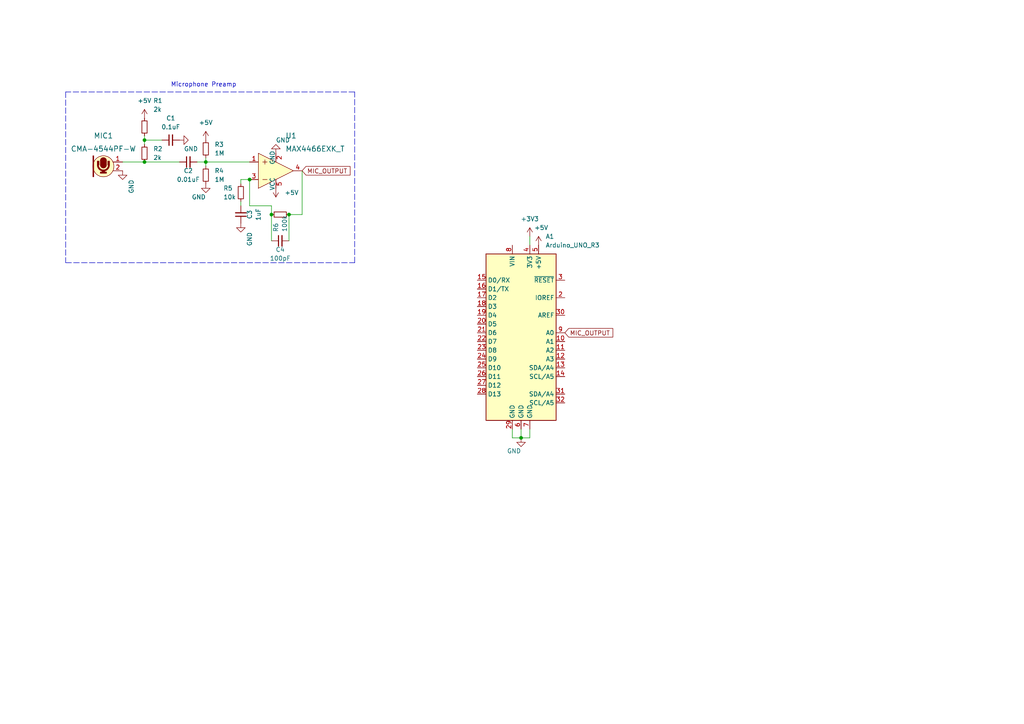
<source format=kicad_sch>
(kicad_sch (version 20211123) (generator eeschema)

  (uuid cc515fd5-a912-4853-8744-9b01fb79fa4d)

  (paper "A4")

  (lib_symbols
    (symbol "Device:C_Small" (pin_numbers hide) (pin_names (offset 0.254) hide) (in_bom yes) (on_board yes)
      (property "Reference" "C" (id 0) (at 0.254 1.778 0)
        (effects (font (size 1.27 1.27)) (justify left))
      )
      (property "Value" "C_Small" (id 1) (at 0.254 -2.032 0)
        (effects (font (size 1.27 1.27)) (justify left))
      )
      (property "Footprint" "" (id 2) (at 0 0 0)
        (effects (font (size 1.27 1.27)) hide)
      )
      (property "Datasheet" "~" (id 3) (at 0 0 0)
        (effects (font (size 1.27 1.27)) hide)
      )
      (property "ki_keywords" "capacitor cap" (id 4) (at 0 0 0)
        (effects (font (size 1.27 1.27)) hide)
      )
      (property "ki_description" "Unpolarized capacitor, small symbol" (id 5) (at 0 0 0)
        (effects (font (size 1.27 1.27)) hide)
      )
      (property "ki_fp_filters" "C_*" (id 6) (at 0 0 0)
        (effects (font (size 1.27 1.27)) hide)
      )
      (symbol "C_Small_0_1"
        (polyline
          (pts
            (xy -1.524 -0.508)
            (xy 1.524 -0.508)
          )
          (stroke (width 0.3302) (type default) (color 0 0 0 0))
          (fill (type none))
        )
        (polyline
          (pts
            (xy -1.524 0.508)
            (xy 1.524 0.508)
          )
          (stroke (width 0.3048) (type default) (color 0 0 0 0))
          (fill (type none))
        )
      )
      (symbol "C_Small_1_1"
        (pin passive line (at 0 2.54 270) (length 2.032)
          (name "~" (effects (font (size 1.27 1.27))))
          (number "1" (effects (font (size 1.27 1.27))))
        )
        (pin passive line (at 0 -2.54 90) (length 2.032)
          (name "~" (effects (font (size 1.27 1.27))))
          (number "2" (effects (font (size 1.27 1.27))))
        )
      )
    )
    (symbol "Device:R_Small" (pin_numbers hide) (pin_names (offset 0.254) hide) (in_bom yes) (on_board yes)
      (property "Reference" "R" (id 0) (at 0.762 0.508 0)
        (effects (font (size 1.27 1.27)) (justify left))
      )
      (property "Value" "R_Small" (id 1) (at 0.762 -1.016 0)
        (effects (font (size 1.27 1.27)) (justify left))
      )
      (property "Footprint" "" (id 2) (at 0 0 0)
        (effects (font (size 1.27 1.27)) hide)
      )
      (property "Datasheet" "~" (id 3) (at 0 0 0)
        (effects (font (size 1.27 1.27)) hide)
      )
      (property "ki_keywords" "R resistor" (id 4) (at 0 0 0)
        (effects (font (size 1.27 1.27)) hide)
      )
      (property "ki_description" "Resistor, small symbol" (id 5) (at 0 0 0)
        (effects (font (size 1.27 1.27)) hide)
      )
      (property "ki_fp_filters" "R_*" (id 6) (at 0 0 0)
        (effects (font (size 1.27 1.27)) hide)
      )
      (symbol "R_Small_0_1"
        (rectangle (start -0.762 1.778) (end 0.762 -1.778)
          (stroke (width 0.2032) (type default) (color 0 0 0 0))
          (fill (type none))
        )
      )
      (symbol "R_Small_1_1"
        (pin passive line (at 0 2.54 270) (length 0.762)
          (name "~" (effects (font (size 1.27 1.27))))
          (number "1" (effects (font (size 1.27 1.27))))
        )
        (pin passive line (at 0 -2.54 90) (length 0.762)
          (name "~" (effects (font (size 1.27 1.27))))
          (number "2" (effects (font (size 1.27 1.27))))
        )
      )
    )
    (symbol "MCU_Module:Arduino_UNO_R3" (in_bom yes) (on_board yes)
      (property "Reference" "A" (id 0) (at -10.16 23.495 0)
        (effects (font (size 1.27 1.27)) (justify left bottom))
      )
      (property "Value" "Arduino_UNO_R3" (id 1) (at 5.08 -26.67 0)
        (effects (font (size 1.27 1.27)) (justify left top))
      )
      (property "Footprint" "Module:Arduino_UNO_R3" (id 2) (at 0 0 0)
        (effects (font (size 1.27 1.27) italic) hide)
      )
      (property "Datasheet" "https://www.arduino.cc/en/Main/arduinoBoardUno" (id 3) (at 0 0 0)
        (effects (font (size 1.27 1.27)) hide)
      )
      (property "ki_keywords" "Arduino UNO R3 Microcontroller Module Atmel AVR USB" (id 4) (at 0 0 0)
        (effects (font (size 1.27 1.27)) hide)
      )
      (property "ki_description" "Arduino UNO Microcontroller Module, release 3" (id 5) (at 0 0 0)
        (effects (font (size 1.27 1.27)) hide)
      )
      (property "ki_fp_filters" "Arduino*UNO*R3*" (id 6) (at 0 0 0)
        (effects (font (size 1.27 1.27)) hide)
      )
      (symbol "Arduino_UNO_R3_0_1"
        (rectangle (start -10.16 22.86) (end 10.16 -25.4)
          (stroke (width 0.254) (type default) (color 0 0 0 0))
          (fill (type background))
        )
      )
      (symbol "Arduino_UNO_R3_1_1"
        (pin no_connect line (at -10.16 -20.32 0) (length 2.54) hide
          (name "NC" (effects (font (size 1.27 1.27))))
          (number "1" (effects (font (size 1.27 1.27))))
        )
        (pin bidirectional line (at 12.7 -2.54 180) (length 2.54)
          (name "A1" (effects (font (size 1.27 1.27))))
          (number "10" (effects (font (size 1.27 1.27))))
        )
        (pin bidirectional line (at 12.7 -5.08 180) (length 2.54)
          (name "A2" (effects (font (size 1.27 1.27))))
          (number "11" (effects (font (size 1.27 1.27))))
        )
        (pin bidirectional line (at 12.7 -7.62 180) (length 2.54)
          (name "A3" (effects (font (size 1.27 1.27))))
          (number "12" (effects (font (size 1.27 1.27))))
        )
        (pin bidirectional line (at 12.7 -10.16 180) (length 2.54)
          (name "SDA/A4" (effects (font (size 1.27 1.27))))
          (number "13" (effects (font (size 1.27 1.27))))
        )
        (pin bidirectional line (at 12.7 -12.7 180) (length 2.54)
          (name "SCL/A5" (effects (font (size 1.27 1.27))))
          (number "14" (effects (font (size 1.27 1.27))))
        )
        (pin bidirectional line (at -12.7 15.24 0) (length 2.54)
          (name "D0/RX" (effects (font (size 1.27 1.27))))
          (number "15" (effects (font (size 1.27 1.27))))
        )
        (pin bidirectional line (at -12.7 12.7 0) (length 2.54)
          (name "D1/TX" (effects (font (size 1.27 1.27))))
          (number "16" (effects (font (size 1.27 1.27))))
        )
        (pin bidirectional line (at -12.7 10.16 0) (length 2.54)
          (name "D2" (effects (font (size 1.27 1.27))))
          (number "17" (effects (font (size 1.27 1.27))))
        )
        (pin bidirectional line (at -12.7 7.62 0) (length 2.54)
          (name "D3" (effects (font (size 1.27 1.27))))
          (number "18" (effects (font (size 1.27 1.27))))
        )
        (pin bidirectional line (at -12.7 5.08 0) (length 2.54)
          (name "D4" (effects (font (size 1.27 1.27))))
          (number "19" (effects (font (size 1.27 1.27))))
        )
        (pin output line (at 12.7 10.16 180) (length 2.54)
          (name "IOREF" (effects (font (size 1.27 1.27))))
          (number "2" (effects (font (size 1.27 1.27))))
        )
        (pin bidirectional line (at -12.7 2.54 0) (length 2.54)
          (name "D5" (effects (font (size 1.27 1.27))))
          (number "20" (effects (font (size 1.27 1.27))))
        )
        (pin bidirectional line (at -12.7 0 0) (length 2.54)
          (name "D6" (effects (font (size 1.27 1.27))))
          (number "21" (effects (font (size 1.27 1.27))))
        )
        (pin bidirectional line (at -12.7 -2.54 0) (length 2.54)
          (name "D7" (effects (font (size 1.27 1.27))))
          (number "22" (effects (font (size 1.27 1.27))))
        )
        (pin bidirectional line (at -12.7 -5.08 0) (length 2.54)
          (name "D8" (effects (font (size 1.27 1.27))))
          (number "23" (effects (font (size 1.27 1.27))))
        )
        (pin bidirectional line (at -12.7 -7.62 0) (length 2.54)
          (name "D9" (effects (font (size 1.27 1.27))))
          (number "24" (effects (font (size 1.27 1.27))))
        )
        (pin bidirectional line (at -12.7 -10.16 0) (length 2.54)
          (name "D10" (effects (font (size 1.27 1.27))))
          (number "25" (effects (font (size 1.27 1.27))))
        )
        (pin bidirectional line (at -12.7 -12.7 0) (length 2.54)
          (name "D11" (effects (font (size 1.27 1.27))))
          (number "26" (effects (font (size 1.27 1.27))))
        )
        (pin bidirectional line (at -12.7 -15.24 0) (length 2.54)
          (name "D12" (effects (font (size 1.27 1.27))))
          (number "27" (effects (font (size 1.27 1.27))))
        )
        (pin bidirectional line (at -12.7 -17.78 0) (length 2.54)
          (name "D13" (effects (font (size 1.27 1.27))))
          (number "28" (effects (font (size 1.27 1.27))))
        )
        (pin power_in line (at -2.54 -27.94 90) (length 2.54)
          (name "GND" (effects (font (size 1.27 1.27))))
          (number "29" (effects (font (size 1.27 1.27))))
        )
        (pin input line (at 12.7 15.24 180) (length 2.54)
          (name "~{RESET}" (effects (font (size 1.27 1.27))))
          (number "3" (effects (font (size 1.27 1.27))))
        )
        (pin input line (at 12.7 5.08 180) (length 2.54)
          (name "AREF" (effects (font (size 1.27 1.27))))
          (number "30" (effects (font (size 1.27 1.27))))
        )
        (pin bidirectional line (at 12.7 -17.78 180) (length 2.54)
          (name "SDA/A4" (effects (font (size 1.27 1.27))))
          (number "31" (effects (font (size 1.27 1.27))))
        )
        (pin bidirectional line (at 12.7 -20.32 180) (length 2.54)
          (name "SCL/A5" (effects (font (size 1.27 1.27))))
          (number "32" (effects (font (size 1.27 1.27))))
        )
        (pin power_out line (at 2.54 25.4 270) (length 2.54)
          (name "3V3" (effects (font (size 1.27 1.27))))
          (number "4" (effects (font (size 1.27 1.27))))
        )
        (pin power_out line (at 5.08 25.4 270) (length 2.54)
          (name "+5V" (effects (font (size 1.27 1.27))))
          (number "5" (effects (font (size 1.27 1.27))))
        )
        (pin power_in line (at 0 -27.94 90) (length 2.54)
          (name "GND" (effects (font (size 1.27 1.27))))
          (number "6" (effects (font (size 1.27 1.27))))
        )
        (pin power_in line (at 2.54 -27.94 90) (length 2.54)
          (name "GND" (effects (font (size 1.27 1.27))))
          (number "7" (effects (font (size 1.27 1.27))))
        )
        (pin power_in line (at -2.54 25.4 270) (length 2.54)
          (name "VIN" (effects (font (size 1.27 1.27))))
          (number "8" (effects (font (size 1.27 1.27))))
        )
        (pin bidirectional line (at 12.7 0 180) (length 2.54)
          (name "A0" (effects (font (size 1.27 1.27))))
          (number "9" (effects (font (size 1.27 1.27))))
        )
      )
    )
    (symbol "dk_Linear-Amplifiers-Audio:MAX4466EXK_T" (pin_names (offset 0)) (in_bom yes) (on_board yes)
      (property "Reference" "U" (id 0) (at -5.08 7.62 0)
        (effects (font (size 1.524 1.524)))
      )
      (property "Value" "MAX4466EXK_T" (id 1) (at 2.54 -5.08 0)
        (effects (font (size 1.524 1.524)) (justify left))
      )
      (property "Footprint" "digikey-footprints:SOT-353" (id 2) (at 5.08 5.08 0)
        (effects (font (size 1.524 1.524)) (justify left) hide)
      )
      (property "Datasheet" "https://datasheets.maximintegrated.com/en/ds/MAX4465-MAX4469.pdf" (id 3) (at 5.08 7.62 0)
        (effects (font (size 1.524 1.524)) (justify left) hide)
      )
      (property "Digi-Key_PN" "MAX4466EXK+CT-ND" (id 4) (at 5.08 10.16 0)
        (effects (font (size 1.524 1.524)) (justify left) hide)
      )
      (property "MPN" "MAX4466EXK+T" (id 5) (at 5.08 12.7 0)
        (effects (font (size 1.524 1.524)) (justify left) hide)
      )
      (property "Category" "Integrated Circuits (ICs)" (id 6) (at 5.08 15.24 0)
        (effects (font (size 1.524 1.524)) (justify left) hide)
      )
      (property "Family" "Linear - Amplifiers - Audio" (id 7) (at 5.08 17.78 0)
        (effects (font (size 1.524 1.524)) (justify left) hide)
      )
      (property "DK_Datasheet_Link" "https://datasheets.maximintegrated.com/en/ds/MAX4465-MAX4469.pdf" (id 8) (at 5.08 20.32 0)
        (effects (font (size 1.524 1.524)) (justify left) hide)
      )
      (property "DK_Detail_Page" "/product-detail/en/maxim-integrated/MAX4466EXK-T/MAX4466EXK-CT-ND/5405773" (id 9) (at 5.08 22.86 0)
        (effects (font (size 1.524 1.524)) (justify left) hide)
      )
      (property "Description" "IC PREAMP AUDIO MONO AB SC70-5" (id 10) (at 5.08 25.4 0)
        (effects (font (size 1.524 1.524)) (justify left) hide)
      )
      (property "Manufacturer" "Maxim Integrated" (id 11) (at 5.08 27.94 0)
        (effects (font (size 1.524 1.524)) (justify left) hide)
      )
      (property "Status" "Active" (id 12) (at 5.08 30.48 0)
        (effects (font (size 1.524 1.524)) (justify left) hide)
      )
      (property "ki_keywords" "MAX4466EXK+CT-ND" (id 13) (at 0 0 0)
        (effects (font (size 1.27 1.27)) hide)
      )
      (property "ki_description" "IC PREAMP AUDIO MONO AB SC70-5" (id 14) (at 0 0 0)
        (effects (font (size 1.27 1.27)) hide)
      )
      (symbol "MAX4466EXK_T_0_1"
        (polyline
          (pts
            (xy -3.81 -2.54)
            (xy -2.54 -2.54)
          )
          (stroke (width 0) (type default) (color 0 0 0 0))
          (fill (type none))
        )
        (polyline
          (pts
            (xy -3.81 2.54)
            (xy -2.54 2.54)
          )
          (stroke (width 0) (type default) (color 0 0 0 0))
          (fill (type none))
        )
        (polyline
          (pts
            (xy -3.175 -1.905)
            (xy -3.175 -3.175)
          )
          (stroke (width 0) (type default) (color 0 0 0 0))
          (fill (type none))
        )
        (polyline
          (pts
            (xy -5.08 5.08)
            (xy -5.08 -5.08)
            (xy 5.08 0)
            (xy -5.08 5.08)
          )
          (stroke (width 0) (type default) (color 0 0 0 0))
          (fill (type background))
        )
      )
      (symbol "MAX4466EXK_T_1_1"
        (pin input line (at -7.62 -2.54 0) (length 2.54)
          (name "~" (effects (font (size 1.27 1.27))))
          (number "1" (effects (font (size 1.27 1.27))))
        )
        (pin power_in line (at 0 -5.08 90) (length 2.54)
          (name "GND" (effects (font (size 1.27 1.27))))
          (number "2" (effects (font (size 1.27 1.27))))
        )
        (pin input line (at -7.62 2.54 0) (length 2.54)
          (name "~" (effects (font (size 1.27 1.27))))
          (number "3" (effects (font (size 1.27 1.27))))
        )
        (pin output line (at 7.62 0 180) (length 2.54)
          (name "~" (effects (font (size 1.27 1.27))))
          (number "4" (effects (font (size 1.27 1.27))))
        )
        (pin power_in line (at 0 5.08 270) (length 2.54)
          (name "VCC" (effects (font (size 1.27 1.27))))
          (number "5" (effects (font (size 1.27 1.27))))
        )
      )
    )
    (symbol "dk_Microphones:CMA-4544PF-W" (pin_names (offset 1.016)) (in_bom yes) (on_board yes)
      (property "Reference" "MIC" (id 0) (at -1.1176 2.8194 0)
        (effects (font (size 1.524 1.524)))
      )
      (property "Value" "CMA-4544PF-W" (id 1) (at 5.08 -6.35 0)
        (effects (font (size 1.524 1.524)) (justify right))
      )
      (property "Footprint" "digikey-footprints:Mic_CMA-4544PF-W" (id 2) (at 5.08 5.08 0)
        (effects (font (size 1.524 1.524)) (justify left) hide)
      )
      (property "Datasheet" "https://www.cui.com/product/resource/digikeypdf/cma-4544pf-w.pdf" (id 3) (at 5.08 7.62 0)
        (effects (font (size 1.524 1.524)) (justify left) hide)
      )
      (property "Digi-Key_PN" "102-1721-ND" (id 4) (at 5.08 10.16 0)
        (effects (font (size 1.524 1.524)) (justify left) hide)
      )
      (property "MPN" "CMA-4544PF-W" (id 5) (at 5.08 12.7 0)
        (effects (font (size 1.524 1.524)) (justify left) hide)
      )
      (property "Category" "Audio Products" (id 6) (at 5.08 15.24 0)
        (effects (font (size 1.524 1.524)) (justify left) hide)
      )
      (property "Family" "Microphones" (id 7) (at 5.08 17.78 0)
        (effects (font (size 1.524 1.524)) (justify left) hide)
      )
      (property "DK_Datasheet_Link" "https://www.cui.com/product/resource/digikeypdf/cma-4544pf-w.pdf" (id 8) (at 5.08 20.32 0)
        (effects (font (size 1.524 1.524)) (justify left) hide)
      )
      (property "DK_Detail_Page" "/product-detail/en/cui-inc/CMA-4544PF-W/102-1721-ND/1869981" (id 9) (at 5.08 22.86 0)
        (effects (font (size 1.524 1.524)) (justify left) hide)
      )
      (property "Description" "MIC COND ANALOG OMNI -44DB" (id 10) (at 5.08 25.4 0)
        (effects (font (size 1.524 1.524)) (justify left) hide)
      )
      (property "Manufacturer" "CUI Inc." (id 11) (at 5.08 27.94 0)
        (effects (font (size 1.524 1.524)) (justify left) hide)
      )
      (property "Status" "Active" (id 12) (at 5.08 30.48 0)
        (effects (font (size 1.524 1.524)) (justify left) hide)
      )
      (property "ki_keywords" "102-1721-ND" (id 13) (at 0 0 0)
        (effects (font (size 1.27 1.27)) hide)
      )
      (property "ki_description" "MIC COND ANALOG OMNI -44DB" (id 14) (at 0 0 0)
        (effects (font (size 1.27 1.27)) hide)
      )
      (symbol "CMA-4544PF-W_0_1"
        (rectangle (start -3.2766 -4.2926) (end -3.5306 1.8034)
          (stroke (width 0) (type default) (color 0 0 0 0))
          (fill (type outline))
        )
        (rectangle (start -2.2606 -0.8636) (end -1.7526 0.2794)
          (stroke (width 0) (type default) (color 0 0 0 0))
          (fill (type outline))
        )
        (arc (start -2.2606 -0.8636) (mid -0.4826 -2.6416) (end 1.2954 -0.8636)
          (stroke (width 0) (type default) (color 0 0 0 0))
          (fill (type none))
        )
        (arc (start -2.2098 -0.8636) (mid -0.4826 -2.54) (end 1.1938 -0.8128)
          (stroke (width 0) (type default) (color 0 0 0 0))
          (fill (type none))
        )
        (arc (start -2.1082 -0.8636) (mid -0.5207 -2.4637) (end 1.0922 -0.889)
          (stroke (width 0) (type default) (color 0 0 0 0))
          (fill (type none))
        )
        (arc (start -2.032 -0.8636) (mid -0.508 -2.3376) (end 1.016 -0.8636)
          (stroke (width 0) (type default) (color 0 0 0 0))
          (fill (type none))
        )
        (arc (start -1.8796 -0.889) (mid -0.4953 -2.2859) (end 0.9144 -0.9144)
          (stroke (width 0) (type default) (color 0 0 0 0))
          (fill (type none))
        )
        (rectangle (start -1.3716 -2.8956) (end 0.4064 -3.2766)
          (stroke (width 0) (type default) (color 0 0 0 0))
          (fill (type outline))
        )
        (arc (start -1.3716 -0.8636) (mid -0.4826 -1.7526) (end 0.4064 -0.8636)
          (stroke (width 0) (type default) (color 0 0 0 0))
          (fill (type outline))
        )
        (rectangle (start -1.3716 0.4064) (end 0.4064 -0.8636)
          (stroke (width 0) (type default) (color 0 0 0 0))
          (fill (type outline))
        )
        (rectangle (start -0.8636 -2.8956) (end -0.1016 -2.6416)
          (stroke (width 0) (type default) (color 0 0 0 0))
          (fill (type outline))
        )
        (circle (center -0.4826 -1.2446) (radius 3.048)
          (stroke (width 0) (type default) (color 0 0 0 0))
          (fill (type background))
        )
        (arc (start 0.4064 0.4064) (mid -0.4826 1.2954) (end -1.3716 0.4064)
          (stroke (width 0) (type default) (color 0 0 0 0))
          (fill (type outline))
        )
        (rectangle (start 1.2954 -0.8636) (end 0.7874 0.2794)
          (stroke (width 0) (type default) (color 0 0 0 0))
          (fill (type outline))
        )
      )
      (symbol "CMA-4544PF-W_1_1"
        (pin passive line (at 5.08 0 180) (length 2.794)
          (name "~" (effects (font (size 1.27 1.27))))
          (number "1" (effects (font (size 1.27 1.27))))
        )
        (pin passive line (at 5.08 -2.54 180) (length 2.794)
          (name "~" (effects (font (size 1.27 1.27))))
          (number "2" (effects (font (size 1.27 1.27))))
        )
      )
    )
    (symbol "power:+3.3V" (power) (pin_names (offset 0)) (in_bom yes) (on_board yes)
      (property "Reference" "#PWR" (id 0) (at 0 -3.81 0)
        (effects (font (size 1.27 1.27)) hide)
      )
      (property "Value" "+3.3V" (id 1) (at 0 3.556 0)
        (effects (font (size 1.27 1.27)))
      )
      (property "Footprint" "" (id 2) (at 0 0 0)
        (effects (font (size 1.27 1.27)) hide)
      )
      (property "Datasheet" "" (id 3) (at 0 0 0)
        (effects (font (size 1.27 1.27)) hide)
      )
      (property "ki_keywords" "power-flag" (id 4) (at 0 0 0)
        (effects (font (size 1.27 1.27)) hide)
      )
      (property "ki_description" "Power symbol creates a global label with name \"+3.3V\"" (id 5) (at 0 0 0)
        (effects (font (size 1.27 1.27)) hide)
      )
      (symbol "+3.3V_0_1"
        (polyline
          (pts
            (xy -0.762 1.27)
            (xy 0 2.54)
          )
          (stroke (width 0) (type default) (color 0 0 0 0))
          (fill (type none))
        )
        (polyline
          (pts
            (xy 0 0)
            (xy 0 2.54)
          )
          (stroke (width 0) (type default) (color 0 0 0 0))
          (fill (type none))
        )
        (polyline
          (pts
            (xy 0 2.54)
            (xy 0.762 1.27)
          )
          (stroke (width 0) (type default) (color 0 0 0 0))
          (fill (type none))
        )
      )
      (symbol "+3.3V_1_1"
        (pin power_in line (at 0 0 90) (length 0) hide
          (name "+3V3" (effects (font (size 1.27 1.27))))
          (number "1" (effects (font (size 1.27 1.27))))
        )
      )
    )
    (symbol "power:+5V" (power) (pin_names (offset 0)) (in_bom yes) (on_board yes)
      (property "Reference" "#PWR" (id 0) (at 0 -3.81 0)
        (effects (font (size 1.27 1.27)) hide)
      )
      (property "Value" "+5V" (id 1) (at 0 3.556 0)
        (effects (font (size 1.27 1.27)))
      )
      (property "Footprint" "" (id 2) (at 0 0 0)
        (effects (font (size 1.27 1.27)) hide)
      )
      (property "Datasheet" "" (id 3) (at 0 0 0)
        (effects (font (size 1.27 1.27)) hide)
      )
      (property "ki_keywords" "power-flag" (id 4) (at 0 0 0)
        (effects (font (size 1.27 1.27)) hide)
      )
      (property "ki_description" "Power symbol creates a global label with name \"+5V\"" (id 5) (at 0 0 0)
        (effects (font (size 1.27 1.27)) hide)
      )
      (symbol "+5V_0_1"
        (polyline
          (pts
            (xy -0.762 1.27)
            (xy 0 2.54)
          )
          (stroke (width 0) (type default) (color 0 0 0 0))
          (fill (type none))
        )
        (polyline
          (pts
            (xy 0 0)
            (xy 0 2.54)
          )
          (stroke (width 0) (type default) (color 0 0 0 0))
          (fill (type none))
        )
        (polyline
          (pts
            (xy 0 2.54)
            (xy 0.762 1.27)
          )
          (stroke (width 0) (type default) (color 0 0 0 0))
          (fill (type none))
        )
      )
      (symbol "+5V_1_1"
        (pin power_in line (at 0 0 90) (length 0) hide
          (name "+5V" (effects (font (size 1.27 1.27))))
          (number "1" (effects (font (size 1.27 1.27))))
        )
      )
    )
    (symbol "power:GND" (power) (pin_names (offset 0)) (in_bom yes) (on_board yes)
      (property "Reference" "#PWR" (id 0) (at 0 -6.35 0)
        (effects (font (size 1.27 1.27)) hide)
      )
      (property "Value" "GND" (id 1) (at 0 -3.81 0)
        (effects (font (size 1.27 1.27)))
      )
      (property "Footprint" "" (id 2) (at 0 0 0)
        (effects (font (size 1.27 1.27)) hide)
      )
      (property "Datasheet" "" (id 3) (at 0 0 0)
        (effects (font (size 1.27 1.27)) hide)
      )
      (property "ki_keywords" "power-flag" (id 4) (at 0 0 0)
        (effects (font (size 1.27 1.27)) hide)
      )
      (property "ki_description" "Power symbol creates a global label with name \"GND\" , ground" (id 5) (at 0 0 0)
        (effects (font (size 1.27 1.27)) hide)
      )
      (symbol "GND_0_1"
        (polyline
          (pts
            (xy 0 0)
            (xy 0 -1.27)
            (xy 1.27 -1.27)
            (xy 0 -2.54)
            (xy -1.27 -1.27)
            (xy 0 -1.27)
          )
          (stroke (width 0) (type default) (color 0 0 0 0))
          (fill (type none))
        )
      )
      (symbol "GND_1_1"
        (pin power_in line (at 0 0 270) (length 0) hide
          (name "GND" (effects (font (size 1.27 1.27))))
          (number "1" (effects (font (size 1.27 1.27))))
        )
      )
    )
  )

  (junction (at 78.74 62.23) (diameter 0) (color 0 0 0 0)
    (uuid 02afb1d8-88be-4941-aaf8-11f0c0429598)
  )
  (junction (at 83.82 62.23) (diameter 0) (color 0 0 0 0)
    (uuid 15a2d810-dc62-4612-adbb-b4be0fc228bc)
  )
  (junction (at 59.69 46.99) (diameter 0) (color 0 0 0 0)
    (uuid 320c7e72-8a3a-4509-b9bf-7474564b3642)
  )
  (junction (at 151.13 127) (diameter 0) (color 0 0 0 0)
    (uuid 7627bee6-0c82-4775-b588-a156c99e3d60)
  )
  (junction (at 72.39 52.07) (diameter 0) (color 0 0 0 0)
    (uuid c7101380-e168-4e38-9c17-b558e6315d3f)
  )
  (junction (at 41.91 40.64) (diameter 0) (color 0 0 0 0)
    (uuid e01109f0-7027-4c7b-b9a6-8838a86e211f)
  )
  (junction (at 41.91 46.99) (diameter 0) (color 0 0 0 0)
    (uuid fd215402-cc9a-494c-bfd0-6d47697f7d93)
  )

  (wire (pts (xy 35.56 46.99) (xy 41.91 46.99))
    (stroke (width 0) (type default) (color 0 0 0 0))
    (uuid 12504c59-e49d-4ad3-8cc1-01b9acb43850)
  )
  (wire (pts (xy 41.91 46.99) (xy 52.07 46.99))
    (stroke (width 0) (type default) (color 0 0 0 0))
    (uuid 154e95ca-61b2-49e5-8b32-757c91e4890a)
  )
  (wire (pts (xy 41.91 39.37) (xy 41.91 40.64))
    (stroke (width 0) (type default) (color 0 0 0 0))
    (uuid 22c3cb3f-ee9e-4eb8-a451-ac05227c128f)
  )
  (wire (pts (xy 148.59 124.46) (xy 148.59 127))
    (stroke (width 0) (type default) (color 0 0 0 0))
    (uuid 28a790dd-4ff4-4cda-82d5-b0e7ca8b2c17)
  )
  (wire (pts (xy 153.67 68.58) (xy 153.67 71.12))
    (stroke (width 0) (type default) (color 0 0 0 0))
    (uuid 2d069948-ea5e-42ba-8084-f8a4fd69b51d)
  )
  (polyline (pts (xy 19.05 26.67) (xy 19.05 76.2))
    (stroke (width 0) (type default) (color 0 0 0 0))
    (uuid 2e08e07a-f4f3-445f-82d6-ab66c65c358e)
  )

  (wire (pts (xy 87.63 49.53) (xy 87.63 62.23))
    (stroke (width 0) (type default) (color 0 0 0 0))
    (uuid 2ef00eaf-e8ba-4976-a788-966f2a4532f6)
  )
  (wire (pts (xy 78.74 59.69) (xy 78.74 62.23))
    (stroke (width 0) (type default) (color 0 0 0 0))
    (uuid 46172514-26c3-48f2-afa5-9d095365e2a1)
  )
  (wire (pts (xy 41.91 40.64) (xy 41.91 41.91))
    (stroke (width 0) (type default) (color 0 0 0 0))
    (uuid 583daee7-f9bf-4e4a-9c62-096cf6f2bb9b)
  )
  (polyline (pts (xy 19.05 76.2) (xy 102.87 76.2))
    (stroke (width 0) (type default) (color 0 0 0 0))
    (uuid 6684eaea-1b4b-4cd4-a170-3c31f7382cb1)
  )

  (wire (pts (xy 83.82 62.23) (xy 83.82 69.85))
    (stroke (width 0) (type default) (color 0 0 0 0))
    (uuid 6816f715-610c-4611-b5eb-e542bb2c2e21)
  )
  (wire (pts (xy 69.85 52.07) (xy 72.39 52.07))
    (stroke (width 0) (type default) (color 0 0 0 0))
    (uuid 6b7fb856-d585-4733-b4b1-2facf3ba271c)
  )
  (wire (pts (xy 72.39 59.69) (xy 78.74 59.69))
    (stroke (width 0) (type default) (color 0 0 0 0))
    (uuid 72ed3969-67c4-4db1-a7d3-0e33c837a476)
  )
  (wire (pts (xy 87.63 62.23) (xy 83.82 62.23))
    (stroke (width 0) (type default) (color 0 0 0 0))
    (uuid 74603afc-1e7e-43d7-ad32-24580e4f290a)
  )
  (wire (pts (xy 69.85 53.34) (xy 69.85 52.07))
    (stroke (width 0) (type default) (color 0 0 0 0))
    (uuid 77664ac6-17e9-49c9-8223-9db193b60238)
  )
  (wire (pts (xy 69.85 58.42) (xy 69.85 59.69))
    (stroke (width 0) (type default) (color 0 0 0 0))
    (uuid 7908f498-4953-4390-8986-981142b447cd)
  )
  (wire (pts (xy 78.74 62.23) (xy 78.74 69.85))
    (stroke (width 0) (type default) (color 0 0 0 0))
    (uuid 801f0486-a051-48a9-8cc0-ea4dc006bfa5)
  )
  (wire (pts (xy 59.69 45.72) (xy 59.69 46.99))
    (stroke (width 0) (type default) (color 0 0 0 0))
    (uuid 80a125ff-30dc-4836-a99a-ae745cc54920)
  )
  (wire (pts (xy 41.91 40.64) (xy 46.99 40.64))
    (stroke (width 0) (type default) (color 0 0 0 0))
    (uuid 81c72645-cd7b-4c07-8733-c8fc933303d0)
  )
  (wire (pts (xy 153.67 127) (xy 151.13 127))
    (stroke (width 0) (type default) (color 0 0 0 0))
    (uuid 98094c3b-f440-490c-835f-4bb436e1eb81)
  )
  (wire (pts (xy 153.67 124.46) (xy 153.67 127))
    (stroke (width 0) (type default) (color 0 0 0 0))
    (uuid a1ae798a-61ca-4bd1-9c79-c72b5cbe4c7b)
  )
  (wire (pts (xy 72.39 52.07) (xy 72.39 59.69))
    (stroke (width 0) (type default) (color 0 0 0 0))
    (uuid a9c154a0-1178-42b9-bb35-7469298dba9c)
  )
  (polyline (pts (xy 102.87 76.2) (xy 102.87 26.67))
    (stroke (width 0) (type default) (color 0 0 0 0))
    (uuid affe40d5-2ef5-48e4-9aae-a28ecf734e86)
  )

  (wire (pts (xy 57.15 46.99) (xy 59.69 46.99))
    (stroke (width 0) (type default) (color 0 0 0 0))
    (uuid c787baab-d7f9-4c60-b5be-cc360d2ab070)
  )
  (polyline (pts (xy 102.87 26.67) (xy 19.05 26.67))
    (stroke (width 0) (type default) (color 0 0 0 0))
    (uuid ca2ad506-b2cc-4d40-9754-f202492e9b09)
  )

  (wire (pts (xy 59.69 46.99) (xy 72.39 46.99))
    (stroke (width 0) (type default) (color 0 0 0 0))
    (uuid cba8f286-692c-49da-8557-d236d210fbd1)
  )
  (wire (pts (xy 151.13 124.46) (xy 151.13 127))
    (stroke (width 0) (type default) (color 0 0 0 0))
    (uuid dc590e51-3d4e-49cb-96ae-476891929f6c)
  )
  (wire (pts (xy 59.69 46.99) (xy 59.69 48.26))
    (stroke (width 0) (type default) (color 0 0 0 0))
    (uuid e6ad9efb-9a5e-455e-9b2d-9bc78e343b40)
  )
  (wire (pts (xy 148.59 127) (xy 151.13 127))
    (stroke (width 0) (type default) (color 0 0 0 0))
    (uuid f32f4bc2-2730-443f-b595-c90e7f2a8628)
  )

  (text "Microphone Preamp" (at 49.53 25.4 0)
    (effects (font (size 1.27 1.27)) (justify left bottom))
    (uuid 45e46250-336f-476e-8f44-6bacaf49e43e)
  )

  (global_label "MIC_OUTPUT" (shape input) (at 87.63 49.53 0) (fields_autoplaced)
    (effects (font (size 1.27 1.27)) (justify left))
    (uuid 568dfd2a-5880-4d4e-8469-3bc31f62f0a3)
    (property "Intersheet References" "${INTERSHEET_REFS}" (id 0) (at 101.5336 49.4506 0)
      (effects (font (size 1.27 1.27)) (justify left) hide)
    )
  )
  (global_label "MIC_OUTPUT" (shape input) (at 163.83 96.52 0) (fields_autoplaced)
    (effects (font (size 1.27 1.27)) (justify left))
    (uuid b94d5ed1-6c7c-491c-a908-97e313b0feca)
    (property "Intersheet References" "${INTERSHEET_REFS}" (id 0) (at 177.7336 96.4406 0)
      (effects (font (size 1.27 1.27)) (justify left) hide)
    )
  )

  (symbol (lib_id "power:GND") (at 52.07 40.64 90) (unit 1)
    (in_bom yes) (on_board yes)
    (uuid 1446b5a2-1c12-439b-98bc-94e4ed9af13f)
    (property "Reference" "#PWR03" (id 0) (at 58.42 40.64 0)
      (effects (font (size 1.27 1.27)) hide)
    )
    (property "Value" "GND" (id 1) (at 53.34 43.18 90)
      (effects (font (size 1.27 1.27)) (justify right))
    )
    (property "Footprint" "" (id 2) (at 52.07 40.64 0)
      (effects (font (size 1.27 1.27)) hide)
    )
    (property "Datasheet" "" (id 3) (at 52.07 40.64 0)
      (effects (font (size 1.27 1.27)) hide)
    )
    (pin "1" (uuid 60ea3b5d-57c3-4cde-9cb4-bfddb7852d95))
  )

  (symbol (lib_id "power:+5V") (at 41.91 34.29 0) (unit 1)
    (in_bom yes) (on_board yes) (fields_autoplaced)
    (uuid 1ffb6c91-b879-4955-b2c7-6e09fe229df0)
    (property "Reference" "#PWR02" (id 0) (at 41.91 38.1 0)
      (effects (font (size 1.27 1.27)) hide)
    )
    (property "Value" "+5V" (id 1) (at 41.91 29.21 0))
    (property "Footprint" "" (id 2) (at 41.91 34.29 0)
      (effects (font (size 1.27 1.27)) hide)
    )
    (property "Datasheet" "" (id 3) (at 41.91 34.29 0)
      (effects (font (size 1.27 1.27)) hide)
    )
    (pin "1" (uuid 2db762f2-1429-4349-b780-f6515059b115))
  )

  (symbol (lib_id "Device:R_Small") (at 81.28 62.23 90) (unit 1)
    (in_bom yes) (on_board yes)
    (uuid 27ca807b-9000-4f07-8d87-f7723d28c297)
    (property "Reference" "R6" (id 0) (at 80.01 67.31 0)
      (effects (font (size 1.27 1.27)) (justify left))
    )
    (property "Value" "100k" (id 1) (at 82.55 67.31 0)
      (effects (font (size 1.27 1.27)) (justify left))
    )
    (property "Footprint" "" (id 2) (at 81.28 62.23 0)
      (effects (font (size 1.27 1.27)) hide)
    )
    (property "Datasheet" "~" (id 3) (at 81.28 62.23 0)
      (effects (font (size 1.27 1.27)) hide)
    )
    (pin "1" (uuid 754c65dd-b150-4470-99b2-e1db24932777))
    (pin "2" (uuid b84cb371-3b03-49e8-b873-c45293004b79))
  )

  (symbol (lib_id "power:GND") (at 151.13 127 0) (unit 1)
    (in_bom yes) (on_board yes)
    (uuid 2d8afbea-838f-4df2-af34-f13662d9c6eb)
    (property "Reference" "#PWR09" (id 0) (at 151.13 133.35 0)
      (effects (font (size 1.27 1.27)) hide)
    )
    (property "Value" "GND" (id 1) (at 151.13 130.81 0)
      (effects (font (size 1.27 1.27)) (justify right))
    )
    (property "Footprint" "" (id 2) (at 151.13 127 0)
      (effects (font (size 1.27 1.27)) hide)
    )
    (property "Datasheet" "" (id 3) (at 151.13 127 0)
      (effects (font (size 1.27 1.27)) hide)
    )
    (pin "1" (uuid 3f74fec9-8dcc-42cc-9f68-efc7319ea1de))
  )

  (symbol (lib_id "power:+3.3V") (at 153.67 68.58 0) (unit 1)
    (in_bom yes) (on_board yes)
    (uuid 44322246-87a1-428e-b457-6fb1762024ab)
    (property "Reference" "#PWR010" (id 0) (at 153.67 72.39 0)
      (effects (font (size 1.27 1.27)) hide)
    )
    (property "Value" "+3.3V" (id 1) (at 153.67 63.5 0))
    (property "Footprint" "" (id 2) (at 153.67 68.58 0)
      (effects (font (size 1.27 1.27)) hide)
    )
    (property "Datasheet" "" (id 3) (at 153.67 68.58 0)
      (effects (font (size 1.27 1.27)) hide)
    )
    (pin "1" (uuid 935376c1-09a7-4198-a4f4-5f117dca0000))
  )

  (symbol (lib_id "Device:C_Small") (at 69.85 62.23 180) (unit 1)
    (in_bom yes) (on_board yes)
    (uuid 53e0b454-309f-4339-a676-8a2fc82a581e)
    (property "Reference" "C3" (id 0) (at 72.39 62.23 90))
    (property "Value" "1uF" (id 1) (at 74.93 62.23 90))
    (property "Footprint" "" (id 2) (at 69.85 62.23 0)
      (effects (font (size 1.27 1.27)) hide)
    )
    (property "Datasheet" "~" (id 3) (at 69.85 62.23 0)
      (effects (font (size 1.27 1.27)) hide)
    )
    (pin "1" (uuid 2a6ec00c-fd16-411f-a7ac-d27878ac15df))
    (pin "2" (uuid 803d347a-b454-47f7-a850-43200e8211bb))
  )

  (symbol (lib_id "power:+5V") (at 59.69 40.64 0) (unit 1)
    (in_bom yes) (on_board yes) (fields_autoplaced)
    (uuid 58c5f74f-8013-4119-9c37-8ccd0c0a8e39)
    (property "Reference" "#PWR04" (id 0) (at 59.69 44.45 0)
      (effects (font (size 1.27 1.27)) hide)
    )
    (property "Value" "+5V" (id 1) (at 59.69 35.56 0))
    (property "Footprint" "" (id 2) (at 59.69 40.64 0)
      (effects (font (size 1.27 1.27)) hide)
    )
    (property "Datasheet" "" (id 3) (at 59.69 40.64 0)
      (effects (font (size 1.27 1.27)) hide)
    )
    (pin "1" (uuid 86d3ebb4-9f86-4e7b-9a03-24d632c78650))
  )

  (symbol (lib_id "Device:R_Small") (at 41.91 44.45 0) (unit 1)
    (in_bom yes) (on_board yes) (fields_autoplaced)
    (uuid 66c40a7b-f60a-49c9-a2cc-2fbd751da902)
    (property "Reference" "R2" (id 0) (at 44.45 43.1799 0)
      (effects (font (size 1.27 1.27)) (justify left))
    )
    (property "Value" "2k" (id 1) (at 44.45 45.7199 0)
      (effects (font (size 1.27 1.27)) (justify left))
    )
    (property "Footprint" "" (id 2) (at 41.91 44.45 0)
      (effects (font (size 1.27 1.27)) hide)
    )
    (property "Datasheet" "~" (id 3) (at 41.91 44.45 0)
      (effects (font (size 1.27 1.27)) hide)
    )
    (pin "1" (uuid 658eb3a7-e788-4ee6-94b7-301dffabe4c7))
    (pin "2" (uuid e2b29664-05e7-45ed-aecb-885639b02eb0))
  )

  (symbol (lib_id "MCU_Module:Arduino_UNO_R3") (at 151.13 96.52 0) (unit 1)
    (in_bom yes) (on_board yes) (fields_autoplaced)
    (uuid 68d36e3f-881c-4161-bb5e-8fa4a067553f)
    (property "Reference" "A1" (id 0) (at 158.2294 68.58 0)
      (effects (font (size 1.27 1.27)) (justify left))
    )
    (property "Value" "Arduino_UNO_R3" (id 1) (at 158.2294 71.12 0)
      (effects (font (size 1.27 1.27)) (justify left))
    )
    (property "Footprint" "Module:Arduino_UNO_R3" (id 2) (at 151.13 96.52 0)
      (effects (font (size 1.27 1.27) italic) hide)
    )
    (property "Datasheet" "https://www.arduino.cc/en/Main/arduinoBoardUno" (id 3) (at 151.13 96.52 0)
      (effects (font (size 1.27 1.27)) hide)
    )
    (pin "1" (uuid acd87b82-4ffe-4320-a915-4d66b8011cdf))
    (pin "10" (uuid f6fb90e8-d5bc-419f-b8fa-1553a26555d5))
    (pin "11" (uuid 5223bf91-38d2-48d1-9427-ed0054e8e02b))
    (pin "12" (uuid aaed8c62-e7dc-4b91-b138-0f9d9fe7c7af))
    (pin "13" (uuid 323e2545-5779-44d6-8597-fb3b916efc86))
    (pin "14" (uuid 734eede4-e50b-4acf-96c3-3e085bf4cbfb))
    (pin "15" (uuid b6e93fdd-41d4-47b6-b440-fad51f040f12))
    (pin "16" (uuid 69303a14-132b-49ae-a1f0-cae0537c6844))
    (pin "17" (uuid 65c4da88-099e-45a7-a2ca-5eb061334eee))
    (pin "18" (uuid bf40485b-95a5-4dd5-91d7-33e293d35b73))
    (pin "19" (uuid 0628b14c-8dad-40d5-a5ee-9d599f7694c6))
    (pin "2" (uuid daacea58-e519-4955-ac44-bcd30aa51b66))
    (pin "20" (uuid d038ba18-c1a7-4954-b68f-7306ca536a3e))
    (pin "21" (uuid d9b13c96-4288-4c7b-8544-b6d1e37a4c7a))
    (pin "22" (uuid e77e1c53-6b3b-496d-a2e9-3ebb98007198))
    (pin "23" (uuid 1d19e627-0e04-48c2-8f84-9e43439d2d45))
    (pin "24" (uuid a41b3571-fd8c-4b0a-9839-69b13727da48))
    (pin "25" (uuid 55223783-0053-4614-a87d-d3bc5123de4b))
    (pin "26" (uuid 12dfb51f-3f46-42b9-b268-d55560959457))
    (pin "27" (uuid 70ca87cb-e057-4e3e-b370-9b8561f1c009))
    (pin "28" (uuid 0d109d8d-0772-4d46-be00-9fa0571e7a06))
    (pin "29" (uuid 1e26ecf1-5d4f-4e38-9eba-2f633c27b992))
    (pin "3" (uuid c4b49306-4de2-4670-bab5-43ea97877786))
    (pin "30" (uuid 54bc7580-873f-4f06-ba5c-78b7c9f759a4))
    (pin "31" (uuid 54492d97-1b25-46ff-95d0-2e417fdf4f2c))
    (pin "32" (uuid 7da43e30-85fd-41fc-a7e8-74a925735cc4))
    (pin "4" (uuid fd0a8b51-bbb2-4489-b9a7-6fe3ac3097de))
    (pin "5" (uuid 977d4fb6-efb7-4645-b712-a0c713a54975))
    (pin "6" (uuid a6d78816-5708-4d05-bf18-bb28b0a1f35c))
    (pin "7" (uuid 088df8e6-bb91-48bf-ab32-fb7959a1b470))
    (pin "8" (uuid b230bbdd-7016-42a4-9dd5-89c99d2ff961))
    (pin "9" (uuid b592d8c0-5412-411b-81ac-0d3c79a90465))
  )

  (symbol (lib_id "power:GND") (at 35.56 49.53 0) (unit 1)
    (in_bom yes) (on_board yes)
    (uuid 9e7a46f7-fa05-4fa3-8015-f3b92315a3bd)
    (property "Reference" "#PWR01" (id 0) (at 35.56 55.88 0)
      (effects (font (size 1.27 1.27)) hide)
    )
    (property "Value" "GND" (id 1) (at 38.1 52.07 90)
      (effects (font (size 1.27 1.27)) (justify right))
    )
    (property "Footprint" "" (id 2) (at 35.56 49.53 0)
      (effects (font (size 1.27 1.27)) hide)
    )
    (property "Datasheet" "" (id 3) (at 35.56 49.53 0)
      (effects (font (size 1.27 1.27)) hide)
    )
    (pin "1" (uuid 1cbb7e59-23b6-4bf9-8caf-24b782e95f10))
  )

  (symbol (lib_id "Device:R_Small") (at 41.91 36.83 0) (unit 1)
    (in_bom yes) (on_board yes)
    (uuid 9fec8f43-129f-4f3c-a14c-4406077f61af)
    (property "Reference" "R1" (id 0) (at 44.45 29.21 0)
      (effects (font (size 1.27 1.27)) (justify left))
    )
    (property "Value" "2k" (id 1) (at 44.45 31.75 0)
      (effects (font (size 1.27 1.27)) (justify left))
    )
    (property "Footprint" "" (id 2) (at 41.91 36.83 0)
      (effects (font (size 1.27 1.27)) hide)
    )
    (property "Datasheet" "~" (id 3) (at 41.91 36.83 0)
      (effects (font (size 1.27 1.27)) hide)
    )
    (pin "1" (uuid 973db6a6-2a7f-4f4b-a94d-1dcf7eb0e628))
    (pin "2" (uuid dbc500ad-9829-45a0-aae2-1fd82938f333))
  )

  (symbol (lib_id "Device:R_Small") (at 69.85 55.88 0) (unit 1)
    (in_bom yes) (on_board yes)
    (uuid a3f5bfb1-6bce-481b-91b3-ea09912b150c)
    (property "Reference" "R5" (id 0) (at 64.77 54.61 0)
      (effects (font (size 1.27 1.27)) (justify left))
    )
    (property "Value" "10k" (id 1) (at 64.77 57.15 0)
      (effects (font (size 1.27 1.27)) (justify left))
    )
    (property "Footprint" "" (id 2) (at 69.85 55.88 0)
      (effects (font (size 1.27 1.27)) hide)
    )
    (property "Datasheet" "~" (id 3) (at 69.85 55.88 0)
      (effects (font (size 1.27 1.27)) hide)
    )
    (pin "1" (uuid 545c1bbb-ba03-4fc0-b415-7461d9d81ff9))
    (pin "2" (uuid 9b0b1df7-c2c2-4806-9433-adc6ddb39783))
  )

  (symbol (lib_id "dk_Microphones:CMA-4544PF-W") (at 30.48 46.99 0) (unit 1)
    (in_bom yes) (on_board yes) (fields_autoplaced)
    (uuid aaa37781-7eeb-4beb-a401-595c27110c4a)
    (property "Reference" "MIC1" (id 0) (at 29.9974 39.37 0)
      (effects (font (size 1.524 1.524)))
    )
    (property "Value" "CMA-4544PF-W" (id 1) (at 29.9974 43.18 0)
      (effects (font (size 1.524 1.524)))
    )
    (property "Footprint" "digikey-footprints:Mic_CMA-4544PF-W" (id 2) (at 35.56 41.91 0)
      (effects (font (size 1.524 1.524)) (justify left) hide)
    )
    (property "Datasheet" "https://www.cui.com/product/resource/digikeypdf/cma-4544pf-w.pdf" (id 3) (at 35.56 39.37 0)
      (effects (font (size 1.524 1.524)) (justify left) hide)
    )
    (property "Digi-Key_PN" "102-1721-ND" (id 4) (at 35.56 36.83 0)
      (effects (font (size 1.524 1.524)) (justify left) hide)
    )
    (property "MPN" "CMA-4544PF-W" (id 5) (at 35.56 34.29 0)
      (effects (font (size 1.524 1.524)) (justify left) hide)
    )
    (property "Category" "Audio Products" (id 6) (at 35.56 31.75 0)
      (effects (font (size 1.524 1.524)) (justify left) hide)
    )
    (property "Family" "Microphones" (id 7) (at 35.56 29.21 0)
      (effects (font (size 1.524 1.524)) (justify left) hide)
    )
    (property "DK_Datasheet_Link" "https://www.cui.com/product/resource/digikeypdf/cma-4544pf-w.pdf" (id 8) (at 35.56 26.67 0)
      (effects (font (size 1.524 1.524)) (justify left) hide)
    )
    (property "DK_Detail_Page" "/product-detail/en/cui-inc/CMA-4544PF-W/102-1721-ND/1869981" (id 9) (at 35.56 24.13 0)
      (effects (font (size 1.524 1.524)) (justify left) hide)
    )
    (property "Description" "MIC COND ANALOG OMNI -44DB" (id 10) (at 35.56 21.59 0)
      (effects (font (size 1.524 1.524)) (justify left) hide)
    )
    (property "Manufacturer" "CUI Inc." (id 11) (at 35.56 19.05 0)
      (effects (font (size 1.524 1.524)) (justify left) hide)
    )
    (property "Status" "Active" (id 12) (at 35.56 16.51 0)
      (effects (font (size 1.524 1.524)) (justify left) hide)
    )
    (pin "1" (uuid 4e6318b2-1173-4ad0-adf8-80f6323381d1))
    (pin "2" (uuid 344ed8e2-50b3-4dae-b71d-d9cdfe956960))
  )

  (symbol (lib_id "Device:R_Small") (at 59.69 43.18 0) (unit 1)
    (in_bom yes) (on_board yes)
    (uuid af5d1aa6-7f64-4349-98dd-d2f59105eb7a)
    (property "Reference" "R3" (id 0) (at 62.23 41.91 0)
      (effects (font (size 1.27 1.27)) (justify left))
    )
    (property "Value" "1M" (id 1) (at 62.23 44.45 0)
      (effects (font (size 1.27 1.27)) (justify left))
    )
    (property "Footprint" "" (id 2) (at 59.69 43.18 0)
      (effects (font (size 1.27 1.27)) hide)
    )
    (property "Datasheet" "~" (id 3) (at 59.69 43.18 0)
      (effects (font (size 1.27 1.27)) hide)
    )
    (pin "1" (uuid 53ab04df-ebd2-4a39-bd4d-92304a46d7ee))
    (pin "2" (uuid ea67e232-c2ec-4edc-8205-a1c2b3a101d3))
  )

  (symbol (lib_id "power:GND") (at 69.85 64.77 0) (unit 1)
    (in_bom yes) (on_board yes)
    (uuid af951b9a-0c82-4d90-836b-7657d130ddde)
    (property "Reference" "#PWR06" (id 0) (at 69.85 71.12 0)
      (effects (font (size 1.27 1.27)) hide)
    )
    (property "Value" "GND" (id 1) (at 72.39 67.31 90)
      (effects (font (size 1.27 1.27)) (justify right))
    )
    (property "Footprint" "" (id 2) (at 69.85 64.77 0)
      (effects (font (size 1.27 1.27)) hide)
    )
    (property "Datasheet" "" (id 3) (at 69.85 64.77 0)
      (effects (font (size 1.27 1.27)) hide)
    )
    (pin "1" (uuid 4f7670ff-5b80-4c7c-b243-ed0e94eef888))
  )

  (symbol (lib_id "Device:C_Small") (at 81.28 69.85 90) (unit 1)
    (in_bom yes) (on_board yes)
    (uuid b5182bcb-bb0f-4221-9fa8-b1efb5cf53be)
    (property "Reference" "C4" (id 0) (at 81.28 72.39 90))
    (property "Value" "100pF" (id 1) (at 81.28 74.93 90))
    (property "Footprint" "" (id 2) (at 81.28 69.85 0)
      (effects (font (size 1.27 1.27)) hide)
    )
    (property "Datasheet" "~" (id 3) (at 81.28 69.85 0)
      (effects (font (size 1.27 1.27)) hide)
    )
    (pin "1" (uuid 48faa97b-fc28-4e54-8761-035184a00006))
    (pin "2" (uuid d30413cb-5dc8-4b1d-b64f-929ce8121bb3))
  )

  (symbol (lib_id "power:GND") (at 59.69 53.34 0) (unit 1)
    (in_bom yes) (on_board yes)
    (uuid c152da7b-b612-48e1-a8f7-79826b15f06d)
    (property "Reference" "#PWR05" (id 0) (at 59.69 59.69 0)
      (effects (font (size 1.27 1.27)) hide)
    )
    (property "Value" "GND" (id 1) (at 59.69 57.15 0)
      (effects (font (size 1.27 1.27)) (justify right))
    )
    (property "Footprint" "" (id 2) (at 59.69 53.34 0)
      (effects (font (size 1.27 1.27)) hide)
    )
    (property "Datasheet" "" (id 3) (at 59.69 53.34 0)
      (effects (font (size 1.27 1.27)) hide)
    )
    (pin "1" (uuid bf7626cc-a5bf-476f-a122-51c7f25052ed))
  )

  (symbol (lib_id "power:GND") (at 80.01 44.45 180) (unit 1)
    (in_bom yes) (on_board yes)
    (uuid cbfcbe14-f095-41d4-8b58-b0cea8c3ac39)
    (property "Reference" "#PWR07" (id 0) (at 80.01 38.1 0)
      (effects (font (size 1.27 1.27)) hide)
    )
    (property "Value" "GND" (id 1) (at 80.01 40.64 0)
      (effects (font (size 1.27 1.27)) (justify right))
    )
    (property "Footprint" "" (id 2) (at 80.01 44.45 0)
      (effects (font (size 1.27 1.27)) hide)
    )
    (property "Datasheet" "" (id 3) (at 80.01 44.45 0)
      (effects (font (size 1.27 1.27)) hide)
    )
    (pin "1" (uuid f4f38bec-2533-4c68-bd1a-748816bd3bc9))
  )

  (symbol (lib_id "Device:R_Small") (at 59.69 50.8 0) (unit 1)
    (in_bom yes) (on_board yes) (fields_autoplaced)
    (uuid cc0ffb4a-3cf0-40ff-8faf-c010b022c586)
    (property "Reference" "R4" (id 0) (at 62.23 49.5299 0)
      (effects (font (size 1.27 1.27)) (justify left))
    )
    (property "Value" "1M" (id 1) (at 62.23 52.0699 0)
      (effects (font (size 1.27 1.27)) (justify left))
    )
    (property "Footprint" "" (id 2) (at 59.69 50.8 0)
      (effects (font (size 1.27 1.27)) hide)
    )
    (property "Datasheet" "~" (id 3) (at 59.69 50.8 0)
      (effects (font (size 1.27 1.27)) hide)
    )
    (pin "1" (uuid 3b256b93-b04a-4a54-9304-c7b6ec529a67))
    (pin "2" (uuid 949cc323-942c-4c0e-af92-4d3d08e6af14))
  )

  (symbol (lib_id "power:+5V") (at 80.01 54.61 180) (unit 1)
    (in_bom yes) (on_board yes) (fields_autoplaced)
    (uuid cc515ca8-0016-435e-acf6-2936e535f4a2)
    (property "Reference" "#PWR08" (id 0) (at 80.01 50.8 0)
      (effects (font (size 1.27 1.27)) hide)
    )
    (property "Value" "+5V" (id 1) (at 82.55 55.8799 0)
      (effects (font (size 1.27 1.27)) (justify right))
    )
    (property "Footprint" "" (id 2) (at 80.01 54.61 0)
      (effects (font (size 1.27 1.27)) hide)
    )
    (property "Datasheet" "" (id 3) (at 80.01 54.61 0)
      (effects (font (size 1.27 1.27)) hide)
    )
    (pin "1" (uuid 9d7e2523-d432-43e6-97c9-7fb4218b5e40))
  )

  (symbol (lib_id "Device:C_Small") (at 54.61 46.99 90) (unit 1)
    (in_bom yes) (on_board yes)
    (uuid cd288cdf-4f2e-4360-a759-d53da5b939bf)
    (property "Reference" "C2" (id 0) (at 54.61 49.53 90))
    (property "Value" "0.01uF" (id 1) (at 54.61 52.07 90))
    (property "Footprint" "" (id 2) (at 54.61 46.99 0)
      (effects (font (size 1.27 1.27)) hide)
    )
    (property "Datasheet" "~" (id 3) (at 54.61 46.99 0)
      (effects (font (size 1.27 1.27)) hide)
    )
    (pin "1" (uuid e12a9395-39ee-4b92-877d-052163b61057))
    (pin "2" (uuid 570b3196-6db0-4ac1-8aae-e5fe3375a0c4))
  )

  (symbol (lib_id "Device:C_Small") (at 49.53 40.64 90) (unit 1)
    (in_bom yes) (on_board yes) (fields_autoplaced)
    (uuid d078df3f-e494-48b6-9aad-761abf6667fc)
    (property "Reference" "C1" (id 0) (at 49.5363 34.29 90))
    (property "Value" "0.1uF" (id 1) (at 49.5363 36.83 90))
    (property "Footprint" "" (id 2) (at 49.53 40.64 0)
      (effects (font (size 1.27 1.27)) hide)
    )
    (property "Datasheet" "~" (id 3) (at 49.53 40.64 0)
      (effects (font (size 1.27 1.27)) hide)
    )
    (pin "1" (uuid 91ef8265-e512-4659-b604-5c7f1a328c12))
    (pin "2" (uuid 60d772b3-6e66-4e1e-b701-766a4c5f011a))
  )

  (symbol (lib_id "power:+5V") (at 156.21 71.12 0) (unit 1)
    (in_bom yes) (on_board yes)
    (uuid d4d28e99-85db-4aca-a82f-767adc932c7b)
    (property "Reference" "#PWR011" (id 0) (at 156.21 74.93 0)
      (effects (font (size 1.27 1.27)) hide)
    )
    (property "Value" "+5V" (id 1) (at 154.94 66.04 0)
      (effects (font (size 1.27 1.27)) (justify left))
    )
    (property "Footprint" "" (id 2) (at 156.21 71.12 0)
      (effects (font (size 1.27 1.27)) hide)
    )
    (property "Datasheet" "" (id 3) (at 156.21 71.12 0)
      (effects (font (size 1.27 1.27)) hide)
    )
    (pin "1" (uuid 3f2b2aba-fc37-432e-90a0-708e77095357))
  )

  (symbol (lib_id "dk_Linear-Amplifiers-Audio:MAX4466EXK_T") (at 80.01 49.53 0) (mirror x) (unit 1)
    (in_bom yes) (on_board yes) (fields_autoplaced)
    (uuid d6850314-59c1-4722-87d8-7e0936155dd9)
    (property "Reference" "U1" (id 0) (at 82.7787 39.37 0)
      (effects (font (size 1.524 1.524)) (justify left))
    )
    (property "Value" "MAX4466EXK_T" (id 1) (at 82.7787 43.18 0)
      (effects (font (size 1.524 1.524)) (justify left))
    )
    (property "Footprint" "digikey-footprints:SOT-353" (id 2) (at 85.09 54.61 0)
      (effects (font (size 1.524 1.524)) (justify left) hide)
    )
    (property "Datasheet" "https://datasheets.maximintegrated.com/en/ds/MAX4465-MAX4469.pdf" (id 3) (at 85.09 57.15 0)
      (effects (font (size 1.524 1.524)) (justify left) hide)
    )
    (property "Digi-Key_PN" "MAX4466EXK+CT-ND" (id 4) (at 85.09 59.69 0)
      (effects (font (size 1.524 1.524)) (justify left) hide)
    )
    (property "MPN" "MAX4466EXK+T" (id 5) (at 85.09 62.23 0)
      (effects (font (size 1.524 1.524)) (justify left) hide)
    )
    (property "Category" "Integrated Circuits (ICs)" (id 6) (at 85.09 64.77 0)
      (effects (font (size 1.524 1.524)) (justify left) hide)
    )
    (property "Family" "Linear - Amplifiers - Audio" (id 7) (at 85.09 67.31 0)
      (effects (font (size 1.524 1.524)) (justify left) hide)
    )
    (property "DK_Datasheet_Link" "https://datasheets.maximintegrated.com/en/ds/MAX4465-MAX4469.pdf" (id 8) (at 85.09 69.85 0)
      (effects (font (size 1.524 1.524)) (justify left) hide)
    )
    (property "DK_Detail_Page" "/product-detail/en/maxim-integrated/MAX4466EXK-T/MAX4466EXK-CT-ND/5405773" (id 9) (at 85.09 72.39 0)
      (effects (font (size 1.524 1.524)) (justify left) hide)
    )
    (property "Description" "IC PREAMP AUDIO MONO AB SC70-5" (id 10) (at 85.09 74.93 0)
      (effects (font (size 1.524 1.524)) (justify left) hide)
    )
    (property "Manufacturer" "Maxim Integrated" (id 11) (at 85.09 77.47 0)
      (effects (font (size 1.524 1.524)) (justify left) hide)
    )
    (property "Status" "Active" (id 12) (at 85.09 80.01 0)
      (effects (font (size 1.524 1.524)) (justify left) hide)
    )
    (pin "1" (uuid d764f689-6282-4194-94e6-137d62e0cd1b))
    (pin "2" (uuid 90218da7-78a7-4cc4-9c99-38422f5d858a))
    (pin "3" (uuid 029dea4c-02f6-431d-9fb8-ba5ed2978ca5))
    (pin "4" (uuid d474dc63-80ea-49ca-9f97-a6142970d8d8))
    (pin "5" (uuid a23861a4-ac6d-4630-8c8f-13216629da16))
  )

  (sheet_instances
    (path "/" (page "1"))
  )

  (symbol_instances
    (path "/9e7a46f7-fa05-4fa3-8015-f3b92315a3bd"
      (reference "#PWR01") (unit 1) (value "GND") (footprint "")
    )
    (path "/1ffb6c91-b879-4955-b2c7-6e09fe229df0"
      (reference "#PWR02") (unit 1) (value "+5V") (footprint "")
    )
    (path "/1446b5a2-1c12-439b-98bc-94e4ed9af13f"
      (reference "#PWR03") (unit 1) (value "GND") (footprint "")
    )
    (path "/58c5f74f-8013-4119-9c37-8ccd0c0a8e39"
      (reference "#PWR04") (unit 1) (value "+5V") (footprint "")
    )
    (path "/c152da7b-b612-48e1-a8f7-79826b15f06d"
      (reference "#PWR05") (unit 1) (value "GND") (footprint "")
    )
    (path "/af951b9a-0c82-4d90-836b-7657d130ddde"
      (reference "#PWR06") (unit 1) (value "GND") (footprint "")
    )
    (path "/cbfcbe14-f095-41d4-8b58-b0cea8c3ac39"
      (reference "#PWR07") (unit 1) (value "GND") (footprint "")
    )
    (path "/cc515ca8-0016-435e-acf6-2936e535f4a2"
      (reference "#PWR08") (unit 1) (value "+5V") (footprint "")
    )
    (path "/2d8afbea-838f-4df2-af34-f13662d9c6eb"
      (reference "#PWR09") (unit 1) (value "GND") (footprint "")
    )
    (path "/44322246-87a1-428e-b457-6fb1762024ab"
      (reference "#PWR010") (unit 1) (value "+3.3V") (footprint "")
    )
    (path "/d4d28e99-85db-4aca-a82f-767adc932c7b"
      (reference "#PWR011") (unit 1) (value "+5V") (footprint "")
    )
    (path "/68d36e3f-881c-4161-bb5e-8fa4a067553f"
      (reference "A1") (unit 1) (value "Arduino_UNO_R3") (footprint "Module:Arduino_UNO_R3")
    )
    (path "/d078df3f-e494-48b6-9aad-761abf6667fc"
      (reference "C1") (unit 1) (value "0.1uF") (footprint "")
    )
    (path "/cd288cdf-4f2e-4360-a759-d53da5b939bf"
      (reference "C2") (unit 1) (value "0.01uF") (footprint "")
    )
    (path "/53e0b454-309f-4339-a676-8a2fc82a581e"
      (reference "C3") (unit 1) (value "1uF") (footprint "")
    )
    (path "/b5182bcb-bb0f-4221-9fa8-b1efb5cf53be"
      (reference "C4") (unit 1) (value "100pF") (footprint "")
    )
    (path "/aaa37781-7eeb-4beb-a401-595c27110c4a"
      (reference "MIC1") (unit 1) (value "CMA-4544PF-W") (footprint "digikey-footprints:Mic_CMA-4544PF-W")
    )
    (path "/9fec8f43-129f-4f3c-a14c-4406077f61af"
      (reference "R1") (unit 1) (value "2k") (footprint "")
    )
    (path "/66c40a7b-f60a-49c9-a2cc-2fbd751da902"
      (reference "R2") (unit 1) (value "2k") (footprint "")
    )
    (path "/af5d1aa6-7f64-4349-98dd-d2f59105eb7a"
      (reference "R3") (unit 1) (value "1M") (footprint "")
    )
    (path "/cc0ffb4a-3cf0-40ff-8faf-c010b022c586"
      (reference "R4") (unit 1) (value "1M") (footprint "")
    )
    (path "/a3f5bfb1-6bce-481b-91b3-ea09912b150c"
      (reference "R5") (unit 1) (value "10k") (footprint "")
    )
    (path "/27ca807b-9000-4f07-8d87-f7723d28c297"
      (reference "R6") (unit 1) (value "100k") (footprint "")
    )
    (path "/d6850314-59c1-4722-87d8-7e0936155dd9"
      (reference "U1") (unit 1) (value "MAX4466EXK_T") (footprint "digikey-footprints:SOT-353")
    )
  )
)

</source>
